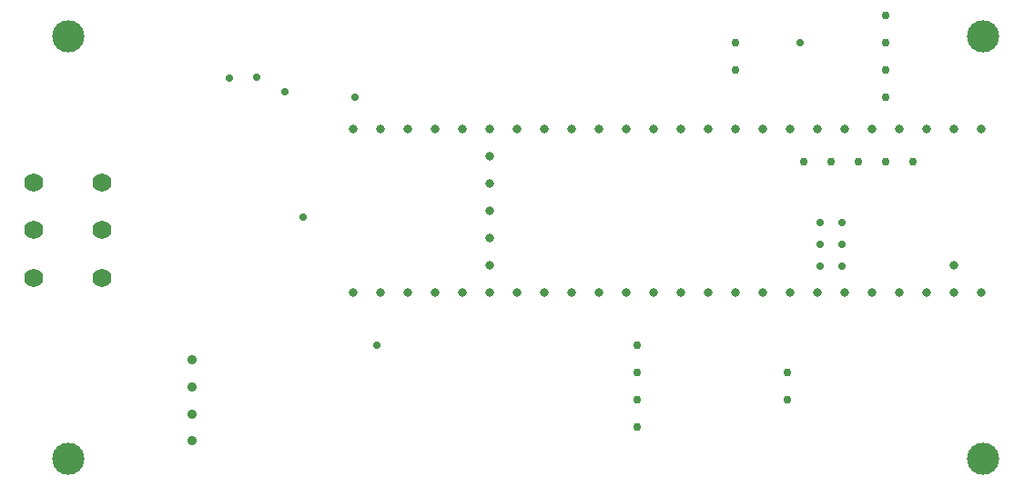
<source format=gbr>
%TF.GenerationSoftware,Altium Limited,Altium Designer,25.2.1 (25)*%
G04 Layer_Color=0*
%FSLAX45Y45*%
%MOMM*%
%TF.SameCoordinates,E14999F2-3F76-4230-806F-2BB8C5B8D12E*%
%TF.FilePolarity,Positive*%
%TF.FileFunction,Plated,1,2,PTH,Drill*%
%TF.Part,Single*%
G01*
G75*
%TA.AperFunction,OtherDrill,Pad Free-2 (104.14mm,44.45mm)*%
%ADD62C,3.00000*%
%TA.AperFunction,OtherDrill,Pad Free-3 (104.14mm,5.08mm)*%
%ADD63C,3.00000*%
%TA.AperFunction,OtherDrill,Pad Free-3 (19.05mm,5.08mm)*%
%ADD64C,3.00000*%
%TA.AperFunction,OtherDrill,Pad Free-2 (19.05mm,44.45mm)*%
%ADD65C,3.00000*%
%TA.AperFunction,ComponentDrill*%
%ADD66C,0.80000*%
%ADD67C,0.70000*%
%ADD68C,0.75000*%
%ADD69C,1.76000*%
%ADD70C,0.76200*%
%ADD71C,0.90000*%
%TA.AperFunction,ViaDrill,NotFilled*%
%ADD72C,0.71120*%
D62*
X10414000Y4445000D02*
D03*
D63*
Y508000D02*
D03*
D64*
X1905000D02*
D03*
D65*
Y4445000D02*
D03*
D66*
X10394950Y3581400D02*
D03*
X10140950D02*
D03*
X5822950Y3327400D02*
D03*
Y3073400D02*
D03*
Y2819400D02*
D03*
Y2311400D02*
D03*
X10140950D02*
D03*
X5822950Y2565400D02*
D03*
X6838950Y2057400D02*
D03*
X9886950Y3581400D02*
D03*
X9632950D02*
D03*
X9378950D02*
D03*
X9124950D02*
D03*
X8870950D02*
D03*
X8616950D02*
D03*
X8362950D02*
D03*
X8108950D02*
D03*
X7854950D02*
D03*
X7600950D02*
D03*
X7346950D02*
D03*
X7092950D02*
D03*
X6838950D02*
D03*
X7092950Y2057400D02*
D03*
X7346950D02*
D03*
X7600950D02*
D03*
X7854950D02*
D03*
X8108950D02*
D03*
X8362950D02*
D03*
X8616950D02*
D03*
X8870950D02*
D03*
X9124950D02*
D03*
X9378950D02*
D03*
X9632950D02*
D03*
X9886950D02*
D03*
X10140950D02*
D03*
X10394950D02*
D03*
X6584950Y3581400D02*
D03*
X6330950D02*
D03*
X6076950D02*
D03*
X5822950D02*
D03*
X5568950D02*
D03*
X5314950D02*
D03*
X5060950D02*
D03*
X4806950D02*
D03*
X4552950D02*
D03*
Y2057400D02*
D03*
X4806950D02*
D03*
X5060950D02*
D03*
X5314950D02*
D03*
X5568950D02*
D03*
X5822950D02*
D03*
X6076950D02*
D03*
X6330950D02*
D03*
X6584950D02*
D03*
D67*
X8897950Y2302400D02*
D03*
X9097950D02*
D03*
X8897950Y2502400D02*
D03*
Y2702400D02*
D03*
X9097950Y2502400D02*
D03*
Y2702400D02*
D03*
D68*
X9759950Y3276400D02*
D03*
X9505950D02*
D03*
X9251950D02*
D03*
X8997950D02*
D03*
X8743950D02*
D03*
D69*
X1581550Y2636400D02*
D03*
X2216550Y2191400D02*
D03*
Y2636400D02*
D03*
Y3081400D02*
D03*
X1581550Y2191400D02*
D03*
Y3081400D02*
D03*
D70*
X8591550Y1054100D02*
D03*
Y1308100D02*
D03*
X7194550Y1562100D02*
D03*
Y1308100D02*
D03*
Y1054100D02*
D03*
Y800100D02*
D03*
X8108950Y4381500D02*
D03*
Y4127500D02*
D03*
X9505950Y3873500D02*
D03*
Y4127500D02*
D03*
Y4381500D02*
D03*
Y4635500D02*
D03*
D71*
X3054350Y673100D02*
D03*
Y923100D02*
D03*
Y1173100D02*
D03*
Y1423100D02*
D03*
D72*
X4565650Y3873500D02*
D03*
X8712200Y4381500D02*
D03*
X3657600Y4064000D02*
D03*
X3403600Y4051300D02*
D03*
X4083050Y2755900D02*
D03*
X3917950Y3924300D02*
D03*
X4768850Y1562100D02*
D03*
%TF.MD5,261851167ea5553ab7065545f557f82b*%
M02*

</source>
